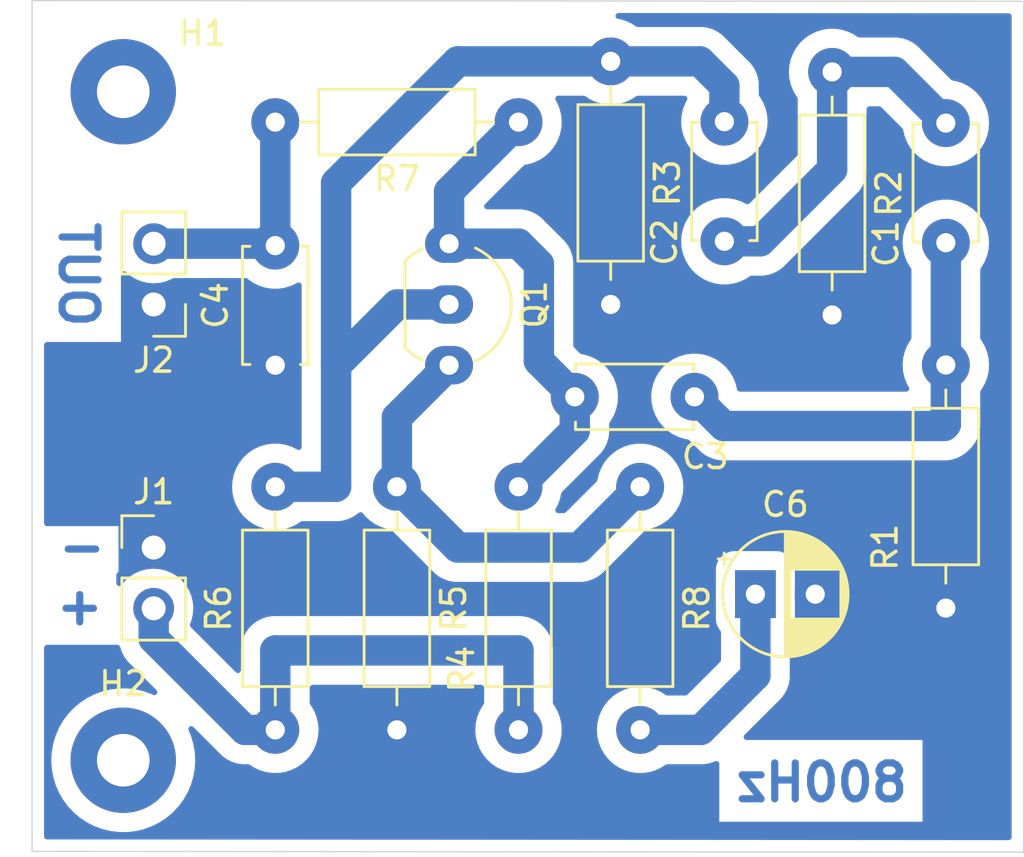
<source format=kicad_pcb>
(kicad_pcb (version 20240108) (generator "pcbnew") (generator_version "8.0")
  (layers (0 "F.Cu" signal) (31 "B.Cu" signal) (34 "B.Paste" user) (35 "F.Paste" user) (36 "B.SilkS" user "B.Silkscreen") (37 "F.SilkS" user "F.Silkscreen") (38 "B.Mask" user) (39 "F.Mask" user) (44 "Edge.Cuts" user))
  (net 0 "")
  (net 1 "Net-(C1-Pad2)")
  (net 2 "Net-(C1-Pad1)")
  (net 3 "Net-(Q1-B)")
  (net 4 "Net-(Q1-C)")
  (net 5 "Net-(J2-Pin_2)")
  (net 6 "GND")
  (net 7 "Net-(C6-Pad1)")
  (net 8 "+12V")
  (net 9 "Net-(Q1-E)")
  (footprint "MountingHole:MountingHole_2.2mm_M2_Pad" (layer "F.Cu") (at 135.89 123.19)
    (property "Reference" "H2" (at 0 -3.2 0) (layer "F.SilkS"))
    (property "Value" "MountingHole")
    (pad "1" thru_hole circle (at 0 0) (size 4.4 4.4) (drill 2.2) (layers "*.Cu" "*.Mask"))
  )
  (footprint "Capacitor_THT:CP_Radial_D5.0mm_P2.50mm" (layer "F.Cu") (at 162.294888 116.25)
    (property "Reference" "C6" (at 1.25 -3.75 0) (layer "F.SilkS"))
    (property "Value" "1u")
    (fp_line (start -1.554775 -1.475) (end -1.054775 -1.475) (stroke (width 0.12)) (layer "F.SilkS"))
    (fp_line (start -1.304775 -1.725) (end -1.304775 -1.225) (stroke (width 0.12)) (layer "F.SilkS"))
    (fp_line (start 1.25 -2.58) (end 1.25 2.58) (stroke (width 0.12)) (layer "F.SilkS"))
    (fp_line (start 1.29 -2.58) (end 1.29 2.58) (stroke (width 0.12)) (layer "F.SilkS"))
    (fp_line (start 1.33 -2.579) (end 1.33 2.579) (stroke (width 0.12)) (layer "F.SilkS"))
    (fp_line (start 1.37 -2.578) (end 1.37 2.578) (stroke (width 0.12)) (layer "F.SilkS"))
    (fp_line (start 1.41 -2.576) (end 1.41 2.576) (stroke (width 0.12)) (layer "F.SilkS"))
    (fp_line (start 1.45 -2.573) (end 1.45 2.573) (stroke (width 0.12)) (layer "F.SilkS"))
    (fp_line (start 1.49 -2.569) (end 1.49 -1.04) (stroke (width 0.12)) (layer "F.SilkS"))
    (fp_line (start 1.49 1.04) (end 1.49 2.569) (stroke (width 0.12)) (layer "F.SilkS"))
    (fp_line (start 1.53 -2.565) (end 1.53 -1.04) (stroke (width 0.12)) (layer "F.SilkS"))
    (fp_line (start 1.53 1.04) (end 1.53 2.565) (stroke (width 0.12)) (layer "F.SilkS"))
    (fp_line (start 1.57 -2.561) (end 1.57 -1.04) (stroke (width 0.12)) (layer "F.SilkS"))
    (fp_line (start 1.57 1.04) (end 1.57 2.561) (stroke (width 0.12)) (layer "F.SilkS"))
    (fp_line (start 1.61 -2.556) (end 1.61 -1.04) (stroke (width 0.12)) (layer "F.SilkS"))
    (fp_line (start 1.61 1.04) (end 1.61 2.556) (stroke (width 0.12)) (layer "F.SilkS"))
    (fp_line (start 1.65 -2.55) (end 1.65 -1.04) (stroke (width 0.12)) (layer "F.SilkS"))
    (fp_line (start 1.65 1.04) (end 1.65 2.55) (stroke (width 0.12)) (layer "F.SilkS"))
    (fp_line (start 1.69 -2.543) (end 1.69 -1.04) (stroke (width 0.12)) (layer "F.SilkS"))
    (fp_line (start 1.69 1.04) (end 1.69 2.543) (stroke (width 0.12)) (layer "F.SilkS"))
    (fp_line (start 1.73 -2.536) (end 1.73 -1.04) (stroke (width 0.12)) (layer "F.SilkS"))
    (fp_line (start 1.73 1.04) (end 1.73 2.536) (stroke (width 0.12)) (layer "F.SilkS"))
    (fp_line (start 1.77 -2.528) (end 1.77 -1.04) (stroke (width 0.12)) (layer "F.SilkS"))
    (fp_line (start 1.77 1.04) (end 1.77 2.528) (stroke (width 0.12)) (layer "F.SilkS"))
    (fp_line (start 1.81 -2.52) (end 1.81 -1.04) (stroke (width 0.12)) (layer "F.SilkS"))
    (fp_line (start 1.81 1.04) (end 1.81 2.52) (stroke (width 0.12)) (layer "F.SilkS"))
    (fp_line (start 1.85 -2.511) (end 1.85 -1.04) (stroke (width 0.12)) (layer "F.SilkS"))
    (fp_line (start 1.85 1.04) (end 1.85 2.511) (stroke (width 0.12)) (layer "F.SilkS"))
    (fp_line (start 1.89 -2.501) (end 1.89 -1.04) (stroke (width 0.12)) (layer "F.SilkS"))
    (fp_line (start 1.89 1.04) (end 1.89 2.501) (stroke (width 0.12)) (layer "F.SilkS"))
    (fp_line (start 1.93 -2.491) (end 1.93 -1.04) (stroke (width 0.12)) (layer "F.SilkS"))
    (fp_line (start 1.93 1.04) (end 1.93 2.491) (stroke (width 0.12)) (layer "F.SilkS"))
    (fp_line (start 1.971 -2.48) (end 1.971 -1.04) (stroke (width 0.12)) (layer "F.SilkS"))
    (fp_line (start 1.971 1.04) (end 1.971 2.48) (stroke (width 0.12)) (layer "F.SilkS"))
    (fp_line (start 2.011 -2.468) (end 2.011 -1.04) (stroke (width 0.12)) (layer "F.SilkS"))
    (fp_line (start 2.011 1.04) (end 2.011 2.468) (stroke (width 0.12)) (layer "F.SilkS"))
    (fp_line (start 2.051 -2.455) (end 2.051 -1.04) (stroke (width 0.12)) (layer "F.SilkS"))
    (fp_line (start 2.051 1.04) (end 2.051 2.455) (stroke (width 0.12)) (layer "F.SilkS"))
    (fp_line (start 2.091 -2.442) (end 2.091 -1.04) (stroke (width 0.12)) (layer "F.SilkS"))
    (fp_line (start 2.091 1.04) (end 2.091 2.442) (stroke (width 0.12)) (layer "F.SilkS"))
    (fp_line (start 2.131 -2.428) (end 2.131 -1.04) (stroke (width 0.12)) (layer "F.SilkS"))
    (fp_line (start 2.131 1.04) (end 2.131 2.428) (stroke (width 0.12)) (layer "F.SilkS"))
    (fp_line (start 2.171 -2.414) (end 2.171 -1.04) (stroke (width 0.12)) (layer "F.SilkS"))
    (fp_line (start 2.171 1.04) (end 2.171 2.414) (stroke (width 0.12)) (layer "F.SilkS"))
    (fp_line (start 2.211 -2.398) (end 2.211 -1.04) (stroke (width 0.12)) (layer "F.SilkS"))
    (fp_line (start 2.211 1.04) (end 2.211 2.398) (stroke (width 0.12)) (layer "F.SilkS"))
    (fp_line (start 2.251 -2.382) (end 2.251 -1.04) (stroke (width 0.12)) (layer "F.SilkS"))
    (fp_line (start 2.251 1.04) (end 2.251 2.382) (stroke (width 0.12)) (layer "F.SilkS"))
    (fp_line (start 2.291 -2.365) (end 2.291 -1.04) (stroke (width 0.12)) (layer "F.SilkS"))
    (fp_line (start 2.291 1.04) (end 2.291 2.365) (stroke (width 0.12)) (layer "F.SilkS"))
    (fp_line (start 2.331 -2.348) (end 2.331 -1.04) (stroke (width 0.12)) (layer "F.SilkS"))
    (fp_line (start 2.331 1.04) (end 2.331 2.348) (stroke (width 0.12)) (layer "F.SilkS"))
    (fp_line (start 2.371 -2.329) (end 2.371 -1.04) (stroke (width 0.12)) (layer "F.SilkS"))
    (fp_line (start 2.371 1.04) (end 2.371 2.329) (stroke (width 0.12)) (layer "F.SilkS"))
    (fp_line (start 2.411 -2.31) (end 2.411 -1.04) (stroke (width 0.12)) (layer "F.SilkS"))
    (fp_line (start 2.411 1.04) (end 2.411 2.31) (stroke (width 0.12)) (layer "F.SilkS"))
    (fp_line (start 2.451 -2.29) (end 2.451 -1.04) (stroke (width 0.12)) (layer "F.SilkS"))
    (fp_line (start 2.451 1.04) (end 2.451 2.29) (stroke (width 0.12)) (layer "F.SilkS"))
    (fp_line (start 2.491 -2.268) (end 2.491 -1.04) (stroke (width 0.12)) (layer "F.SilkS"))
    (fp_line (start 2.491 1.04) (end 2.491 2.268) (stroke (width 0.12)) (layer "F.SilkS"))
    (fp_line (start 2.531 -2.247) (end 2.531 -1.04) (stroke (width 0.12)) (layer "F.SilkS"))
    (fp_line (start 2.531 1.04) (end 2.531 2.247) (stroke (width 0.12)) (layer "F.SilkS"))
    (fp_line (start 2.571 -2.224) (end 2.571 -1.04) (stroke (width 0.12)) (layer "F.SilkS"))
    (fp_line (start 2.571 1.04) (end 2.571 2.224) (stroke (width 0.12)) (layer "F.SilkS"))
    (fp_line (start 2.611 -2.2) (end 2.611 -1.04) (stroke (width 0.12)) (layer "F.SilkS"))
    (fp_line (start 2.611 1.04) (end 2.611 2.2) (stroke (width 0.12)) (layer "F.SilkS"))
    (fp_line (start 2.651 -2.175) (end 2.651 -1.04) (stroke (width 0.12)) (layer "F.SilkS"))
    (fp_line (start 2.651 1.04) (end 2.651 2.175) (stroke (width 0.12)) (layer "F.SilkS"))
    (fp_line (start 2.691 -2.149) (end 2.691 -1.04) (stroke (width 0.12)) (layer "F.SilkS"))
    (fp_line (start 2.691 1.04) (end 2.691 2.149) (stroke (width 0.12)) (layer "F.SilkS"))
    (fp_line (start 2.731 -2.122) (end 2.731 -1.04) (stroke (width 0.12)) (layer "F.SilkS"))
    (fp_line (start 2.731 1.04) (end 2.731 2.122) (stroke (width 0.12)) (layer "F.SilkS"))
    (fp_line (start 2.771 -2.095) (end 2.771 -1.04) (stroke (width 0.12)) (layer "F.SilkS"))
    (fp_line (start 2.771 1.04) (end 2.771 2.095) (stroke (width 0.12)) (layer "F.SilkS"))
    (fp_line (start 2.811 -2.065) (end 2.811 -1.04) (stroke (width 0.12)) (layer "F.SilkS"))
    (fp_line (start 2.811 1.04) (end 2.811 2.065) (stroke (width 0.12)) (layer "F.SilkS"))
    (fp_line (start 2.851 -2.035) (end 2.851 -1.04) (stroke (width 0.12)) (layer "F.SilkS"))
    (fp_line (start 2.851 1.04) (end 2.851 2.035) (stroke (width 0.12)) (layer "F.SilkS"))
    (fp_line (start 2.891 -2.004) (end 2.891 -1.04) (stroke (width 0.12)) (layer "F.SilkS"))
    (fp_line (start 2.891 1.04) (end 2.891 2.004) (stroke (width 0.12)) (layer "F.SilkS"))
    (fp_line (start 2.931 -1.971) (end 2.931 -1.04) (stroke (width 0.12)) (layer "F.SilkS"))
    (fp_line (start 2.931 1.04) (end 2.931 1.971) (stroke (width 0.12)) (layer "F.SilkS"))
    (fp_line (start 2.971 -1.937) (end 2.971 -1.04) (stroke (width 0.12)) (layer "F.SilkS"))
    (fp_line (start 2.971 1.04) (end 2.971 1.937) (stroke (width 0.12)) (layer "F.SilkS"))
    (fp_line (start 3.011 -1.901) (end 3.011 -1.04) (stroke (width 0.12)) (layer "F.SilkS"))
    (fp_line (start 3.011 1.04) (end 3.011 1.901) (stroke (width 0.12)) (layer "F.SilkS"))
    (fp_line (start 3.051 -1.864) (end 3.051 -1.04) (stroke (width 0.12)) (layer "F.SilkS"))
    (fp_line (start 3.051 1.04) (end 3.051 1.864) (stroke (width 0.12)) (layer "F.SilkS"))
    (fp_line (start 3.091 -1.826) (end 3.091 -1.04) (stroke (width 0.12)) (layer "F.SilkS"))
    (fp_line (start 3.091 1.04) (end 3.091 1.826) (stroke (width 0.12)) (layer "F.SilkS"))
    (fp_line (start 3.131 -1.785) (end 3.131 -1.04) (stroke (width 0.12)) (layer "F.SilkS"))
    (fp_line (start 3.131 1.04) (end 3.131 1.785) (stroke (width 0.12)) (layer "F.SilkS"))
    (fp_line (start 3.171 -1.743) (end 3.171 -1.04) (stroke (width 0.12)) (layer "F.SilkS"))
    (fp_line (start 3.171 1.04) (end 3.171 1.743) (stroke (width 0.12)) (layer "F.SilkS"))
    (fp_line (start 3.211 -1.699) (end 3.211 -1.04) (stroke (width 0.12)) (layer "F.SilkS"))
    (fp_line (start 3.211 1.04) (end 3.211 1.699) (stroke (width 0.12)) (layer "F.SilkS"))
    (fp_line (start 3.251 -1.653) (end 3.251 -1.04) (stroke (width 0.12)) (layer "F.SilkS"))
    (fp_line (start 3.251 1.04) (end 3.251 1.653) (stroke (width 0.12)) (layer "F.SilkS"))
    (fp_line (start 3.291 -1.605) (end 3.291 -1.04) (stroke (width 0.12)) (layer "F.SilkS"))
    (fp_line (start 3.291 1.04) (end 3.291 1.605) (stroke (width 0.12)) (layer "F.SilkS"))
    (fp_line (start 3.331 -1.554) (end 3.331 -1.04) (stroke (width 0.12)) (layer "F.SilkS"))
    (fp_line (start 3.331 1.04) (end 3.331 1.554) (stroke (width 0.12)) (layer "F.SilkS"))
    (fp_line (start 3.371 -1.5) (end 3.371 -1.04) (stroke (width 0.12)) (layer "F.SilkS"))
    (fp_line (start 3.371 1.04) (end 3.371 1.5) (stroke (width 0.12)) (layer "F.SilkS"))
    (fp_line (start 3.411 -1.443) (end 3.411 -1.04) (stroke (width 0.12)) (layer "F.SilkS"))
    (fp_line (start 3.411 1.04) (end 3.411 1.443) (stroke (width 0.12)) (layer "F.SilkS"))
    (fp_line (start 3.451 -1.383) (end 3.451 -1.04) (stroke (width 0.12)) (layer "F.SilkS"))
    (fp_line (start 3.451 1.04) (end 3.451 1.383) (stroke (width 0.12)) (layer "F.SilkS"))
    (fp_line (start 3.491 -1.319) (end 3.491 -1.04) (stroke (width 0.12)) (layer "F.SilkS"))
    (fp_line (start 3.491 1.04) (end 3.491 1.319) (stroke (width 0.12)) (layer "F.SilkS"))
    (fp_line (start 3.531 -1.251) (end 3.531 -1.04) (stroke (width 0.12)) (layer "F.SilkS"))
    (fp_line (start 3.531 1.04) (end 3.531 1.251) (stroke (width 0.12)) (layer "F.SilkS"))
    (fp_line (start 3.571 -1.178) (end 3.571 1.178) (stroke (width 0.12)) (layer "F.SilkS"))
    (fp_line (start 3.611 -1.098) (end 3.611 1.098) (stroke (width 0.12)) (layer "F.SilkS"))
    (fp_line (start 3.651 -1.011) (end 3.651 1.011) (stroke (width 0.12)) (layer "F.SilkS"))
    (fp_line (start 3.691 -0.915) (end 3.691 0.915) (stroke (width 0.12)) (layer "F.SilkS"))
    (fp_line (start 3.731 -0.805) (end 3.731 0.805) (stroke (width 0.12)) (layer "F.SilkS"))
    (fp_line (start 3.771 -0.677) (end 3.771 0.677) (stroke (width 0.12)) (layer "F.SilkS"))
    (fp_line (start 3.811 -0.518) (end 3.811 0.518) (stroke (width 0.12)) (layer "F.SilkS"))
    (fp_line (start 3.851 -0.284) (end 3.851 0.284) (stroke (width 0.12)) (layer "F.SilkS"))
    (fp_circle (center 1.25 0) (end 3.87 0) (stroke (width 0.12)) (fill none) (layer "F.SilkS"))
    (pad "1" thru_hole rect (at 0 0) (size 1.7 2) (drill 0.8) (layers "*.Cu" "*.Mask") (net 7 "Net-(C6-Pad1)"))
    (pad "2" thru_hole oval (at 2.5 0) (size 1.7 2) (drill 0.8) (layers "*.Cu" "*.Mask") (net 6 "GND"))
  )
  (footprint "Resistor_THT:R_Axial_DIN0207_L6.3mm_D2.5mm_P10.16mm_Horizontal" (layer "F.Cu") (at 152.4 121.92 90)
    (property "Reference" "R4" (at 2.54 -2.37 -90) (layer "F.SilkS"))
    (property "Value" "4.7k")
    (fp_line (start 8.35 -1.37) (end 1.81 -1.37) (stroke (width 0.12)) (layer "F.SilkS"))
    (fp_line (start 1.81 -1.37) (end 1.81 1.37) (stroke (width 0.12)) (layer "F.SilkS"))
    (fp_line (start 9.12 0) (end 8.35 0) (stroke (width 0.12)) (layer "F.SilkS"))
    (fp_line (start 1.04 0) (end 1.81 0) (stroke (width 0.12)) (layer "F.SilkS"))
    (fp_line (start 8.35 1.37) (end 8.35 -1.37) (stroke (width 0.12)) (layer "F.SilkS"))
    (fp_line (start 1.81 1.37) (end 8.35 1.37) (stroke (width 0.12)) (layer "F.SilkS"))
    (pad "1" thru_hole circle (at 0 0 90) (size 2 2) (drill 0.8) (layers "*.Cu" "*.Mask") (net 8 "+12V"))
    (pad "2" thru_hole oval (at 10.16 0 90) (size 2 2) (drill 0.8) (layers "*.Cu" "*.Mask") (net 4 "Net-(Q1-C)"))
  )
  (footprint "Connector_PinHeader_2.54mm:PinHeader_1x02_P2.54mm_Vertical" (layer "F.Cu") (at 137.16 114.3)
    (property "Reference" "J1" (at 0 -2.33 0) (layer "F.SilkS"))
    (property "Value" "ALIM")
    (fp_line (start -1.33 -1.33) (end 0 -1.33) (stroke (width 0.12)) (layer "F.SilkS"))
    (fp_line (start -1.33 0) (end -1.33 -1.33) (stroke (width 0.12)) (layer "F.SilkS"))
    (fp_line (start -1.33 1.27) (end -1.33 3.87) (stroke (width 0.12)) (layer "F.SilkS"))
    (fp_line (start -1.33 1.27) (end 1.33 1.27) (stroke (width 0.12)) (layer "F.SilkS"))
    (fp_line (start -1.33 3.87) (end 1.33 3.87) (stroke (width 0.12)) (layer "F.SilkS"))
    (fp_line (start 1.33 1.27) (end 1.33 3.87) (stroke (width 0.12)) (layer "F.SilkS"))
    (pad "1" thru_hole rect (at 0 0) (size 1.7 1.7) (drill 1) (layers "*.Cu" "*.Mask") (net 6 "GND"))
    (pad "2" thru_hole oval (at 0 2.54) (size 1.7 1.7) (drill 1) (layers "*.Cu" "*.Mask") (net 8 "+12V"))
  )
  (footprint "Package_TO_SOT_THT:TO-92_Inline_Wide" (layer "F.Cu") (at 149.5 101.6 -90)
    (property "Reference" "Q1" (at 2.54 -3.56 90) (layer "F.SilkS"))
    (property "Value" "BC548")
    (fp_line (start 0.74 1.85) (end 4.34 1.85) (stroke (width 0.12)) (layer "F.SilkS"))
    (fp_arc (start 0.74 1.85) (mid 0.446097 1.509328) (end 0.215816 1.122795) (stroke (width 0.12)) (layer "F.SilkS"))
    (fp_arc (start 4.864184 1.122795) (mid 4.633903 1.509328) (end 4.34 1.85) (stroke (width 0.12)) (layer "F.SilkS"))
    (fp_arc (start 0.1836 -1.098807) (mid 1.143021 -2.192817) (end 2.54 -2.6) (stroke (width 0.12)) (layer "F.SilkS"))
    (fp_arc (start 2.54 -2.6) (mid 3.936979 -2.192818) (end 4.8964 -1.098807) (stroke (width 0.12)) (layer "F.SilkS"))
    (pad "1" thru_hole oval (at 0 0 270) (size 1.6 2) (drill 0.8) (layers "*.Cu" "*.Mask") (net 4 "Net-(Q1-C)"))
    (pad "2" thru_hole oval (at 2.54 0 270) (size 1.6 2) (drill 0.8) (layers "*.Cu" "*.Mask") (net 3 "Net-(Q1-B)"))
    (pad "3" thru_hole oval (at 5.08 0 270) (size 1.6 2) (drill 0.8) (layers "*.Cu" "*.Mask") (net 9 "Net-(Q1-E)"))
  )
  (footprint "Capacitor_THT:C_Disc_D4.7mm_W2.5mm_P5.00mm" (layer "F.Cu") (at 170.25 101.56 90)
    (property "Reference" "C1" (at -0.04 -2.5 -90) (layer "F.SilkS"))
    (property "Value" "4.7n")
    (fp_line (start 4.97 -1.37) (end 4.97 -1.055) (stroke (width 0.12)) (layer "F.SilkS"))
    (fp_line (start 0.03 -1.37) (end 4.97 -1.37) (stroke (width 0.12)) (layer "F.SilkS"))
    (fp_line (start 0.03 -1.37) (end 0.03 -1.055) (stroke (width 0.12)) (layer "F.SilkS"))
    (fp_line (start 4.97 1.055) (end 4.97 1.37) (stroke (width 0.12)) (layer "F.SilkS"))
    (fp_line (start 0.03 1.055) (end 0.03 1.37) (stroke (width 0.12)) (layer "F.SilkS"))
    (fp_line (start 0.03 1.37) (end 4.97 1.37) (stroke (width 0.12)) (layer "F.SilkS"))
    (pad "1" thru_hole circle (at 0 0 90) (size 2 2) (drill 0.8) (layers "*.Cu" "*.Mask") (net 2 "Net-(C1-Pad1)"))
    (pad "2" thru_hole circle (at 5 0 90) (size 2 2) (drill 0.8) (layers "*.Cu" "*.Mask") (net 1 "Net-(C1-Pad2)"))
  )
  (footprint "Connector_PinHeader_2.54mm:PinHeader_1x02_P2.54mm_Vertical" (layer "F.Cu") (at 137.16 104.14 180)
    (property "Reference" "J2" (at 0 -2.33 180) (layer "F.SilkS"))
    (property "Value" "OUT")
    (fp_line (start 1.33 1.27) (end 1.33 3.87) (stroke (width 0.12)) (layer "F.SilkS"))
    (fp_line (start -1.33 3.87) (end 1.33 3.87) (stroke (width 0.12)) (layer "F.SilkS"))
    (fp_line (start -1.33 1.27) (end 1.33 1.27) (stroke (width 0.12)) (layer "F.SilkS"))
    (fp_line (start -1.33 1.27) (end -1.33 3.87) (stroke (width 0.12)) (layer "F.SilkS"))
    (fp_line (start -1.33 0) (end -1.33 -1.33) (stroke (width 0.12)) (layer "F.SilkS"))
    (fp_line (start -1.33 -1.33) (end 0 -1.33) (stroke (width 0.12)) (layer "F.SilkS"))
    (pad "1" thru_hole rect (at 0 0 180) (size 1.7 1.7) (drill 1) (layers "*.Cu" "*.Mask") (net 6 "GND"))
    (pad "2" thru_hole oval (at 0 2.54 180) (size 1.7 1.7) (drill 1) (layers "*.Cu" "*.Mask") (net 5 "Net-(J2-Pin_2)"))
  )
  (footprint "Capacitor_THT:C_Disc_D4.7mm_W2.5mm_P5.00mm" (layer "F.Cu") (at 142.24 106.68 90)
    (property "Reference" "C4" (at 2.5 -2.5 -90) (layer "F.SilkS"))
    (property "Value" "22n")
    (fp_line (start 4.97 -1.37) (end 4.97 -1.055) (stroke (width 0.12)) (layer "F.SilkS"))
    (fp_line (start 0.03 -1.37) (end 4.97 -1.37) (stroke (width 0.12)) (layer "F.SilkS"))
    (fp_line (start 0.03 -1.37) (end 0.03 -1.055) (stroke (width 0.12)) (layer "F.SilkS"))
    (fp_line (start 4.97 1.055) (end 4.97 1.37) (stroke (width 0.12)) (layer "F.SilkS"))
    (fp_line (start 0.03 1.055) (end 0.03 1.37) (stroke (width 0.12)) (layer "F.SilkS"))
    (fp_line (start 0.03 1.37) (end 4.97 1.37) (stroke (width 0.12)) (layer "F.SilkS"))
    (pad "1" thru_hole circle (at 0 0 90) (size 2 2) (drill 0.8) (layers "*.Cu" "*.Mask") (net 6 "GND"))
    (pad "2" thru_hole circle (at 5 0 90) (size 2 2) (drill 0.8) (layers "*.Cu" "*.Mask") (net 5 "Net-(J2-Pin_2)"))
  )
  (footprint "Resistor_THT:R_Axial_DIN0207_L6.3mm_D2.5mm_P10.16mm_Horizontal" (layer "F.Cu") (at 142.24 121.92 90)
    (property "Reference" "R6" (at 5.08 -2.37 -90) (layer "F.SilkS"))
    (property "Value" "220k")
    (fp_line (start 8.35 -1.37) (end 1.81 -1.37) (stroke (width 0.12)) (layer "F.SilkS"))
    (fp_line (start 1.81 -1.37) (end 1.81 1.37) (stroke (width 0.12)) (layer "F.SilkS"))
    (fp_line (start 9.12 0) (end 8.35 0) (stroke (width 0.12)) (layer "F.SilkS"))
    (fp_line (start 1.04 0) (end 1.81 0) (stroke (width 0.12)) (layer "F.SilkS"))
    (fp_line (start 8.35 1.37) (end 8.35 -1.37) (stroke (width 0.12)) (layer "F.SilkS"))
    (fp_line (start 1.81 1.37) (end 8.35 1.37) (stroke (width 0.12)) (layer "F.SilkS"))
    (pad "1" thru_hole circle (at 0 0 90) (size 2 2) (drill 0.8) (layers "*.Cu" "*.Mask") (net 8 "+12V"))
    (pad "2" thru_hole oval (at 10.16 0 90) (size 2 2) (drill 0.8) (layers "*.Cu" "*.Mask") (net 3 "Net-(Q1-B)"))
  )
  (footprint "Resistor_THT:R_Axial_DIN0207_L6.3mm_D2.5mm_P10.16mm_Horizontal" (layer "F.Cu") (at 157.48 111.76 -90)
    (property "Reference" "R8" (at 5.08 -2.37 90) (layer "F.SilkS"))
    (property "Value" "100")
    (fp_line (start 1.81 1.37) (end 8.35 1.37) (stroke (width 0.12)) (layer "F.SilkS"))
    (fp_line (start 8.35 1.37) (end 8.35 -1.37) (stroke (width 0.12)) (layer "F.SilkS"))
    (fp_line (start 1.04 0) (end 1.81 0) (stroke (width 0.12)) (layer "F.SilkS"))
    (fp_line (start 9.12 0) (end 8.35 0) (stroke (width 0.12)) (layer "F.SilkS"))
    (fp_line (start 1.81 -1.37) (end 1.81 1.37) (stroke (width 0.12)) (layer "F.SilkS"))
    (fp_line (start 8.35 -1.37) (end 1.81 -1.37) (stroke (width 0.12)) (layer "F.SilkS"))
    (pad "1" thru_hole circle (at 0 0 270) (size 2 2) (drill 0.8) (layers "*.Cu" "*.Mask") (net 9 "Net-(Q1-E)"))
    (pad "2" thru_hole oval (at 10.16 0 270) (size 2 2) (drill 0.8) (layers "*.Cu" "*.Mask") (net 7 "Net-(C6-Pad1)"))
  )
  (footprint "Resistor_THT:R_Axial_DIN0207_L6.3mm_D2.5mm_P10.16mm_Horizontal" (layer "F.Cu") (at 152.4 96.52 180)
    (property "Reference" "R7" (at 5.08 -2.37 180) (layer "F.SilkS"))
    (property "Value" "15k")
    (fp_line (start 9.12 0) (end 8.35 0) (stroke (width 0.12)) (layer "F.SilkS"))
    (fp_line (start 8.35 1.37) (end 8.35 -1.37) (stroke (width 0.12)) (layer "F.SilkS"))
    (fp_line (start 8.35 -1.37) (end 1.81 -1.37) (stroke (width 0.12)) (layer "F.SilkS"))
    (fp_line (start 1.81 1.37) (end 8.35 1.37) (stroke (width 0.12)) (layer "F.SilkS"))
    (fp_line (start 1.81 -1.37) (end 1.81 1.37) (stroke (width 0.12)) (layer "F.SilkS"))
    (fp_line (start 1.04 0) (end 1.81 0) (stroke (width 0.12)) (layer "F.SilkS"))
    (pad "1" thru_hole circle (at 0 0 180) (size 2 2) (drill 0.8) (layers "*.Cu" "*.Mask") (net 4 "Net-(Q1-C)"))
    (pad "2" thru_hole oval (at 10.16 0 180) (size 2 2) (drill 0.8) (layers "*.Cu" "*.Mask") (net 5 "Net-(J2-Pin_2)"))
  )
  (footprint "Resistor_THT:R_Axial_DIN0207_L6.3mm_D2.5mm_P10.16mm_Horizontal" (layer "F.Cu") (at 170.25 106.67 -90)
    (property "Reference" "R1" (at 7.62 2.54 90) (layer "F.SilkS"))
    (property "Value" "27k")
    (fp_line (start 1.81 1.37) (end 8.35 1.37) (stroke (width 0.12)) (layer "F.SilkS"))
    (fp_line (start 8.35 1.37) (end 8.35 -1.37) (stroke (width 0.12)) (layer "F.SilkS"))
    (fp_line (start 1.04 0) (end 1.81 0) (stroke (width 0.12)) (layer "F.SilkS"))
    (fp_line (start 9.12 0) (end 8.35 0) (stroke (width 0.12)) (layer "F.SilkS"))
    (fp_line (start 1.81 -1.37) (end 1.81 1.37) (stroke (width 0.12)) (layer "F.SilkS"))
    (fp_line (start 8.35 -1.37) (end 1.81 -1.37) (stroke (width 0.12)) (layer "F.SilkS"))
    (pad "1" thru_hole circle (at 0 0 270) (size 2 2) (drill 0.8) (layers "*.Cu" "*.Mask") (net 2 "Net-(C1-Pad1)"))
    (pad "2" thru_hole oval (at 10.16 0 270) (size 2 2) (drill 0.8) (layers "*.Cu" "*.Mask") (net 6 "GND"))
  )
  (footprint "Resistor_THT:R_Axial_DIN0207_L6.3mm_D2.5mm_P10.16mm_Horizontal" (layer "F.Cu") (at 156.25 93.98 -90)
    (property "Reference" "R3" (at 5.08 -2.37 90) (layer "F.SilkS"))
    (property "Value" "27k")
    (fp_line (start 1.81 1.37) (end 8.35 1.37) (stroke (width 0.12)) (layer "F.SilkS"))
    (fp_line (start 8.35 1.37) (end 8.35 -1.37) (stroke (width 0.12)) (layer "F.SilkS"))
    (fp_line (start 1.04 0) (end 1.81 0) (stroke (width 0.12)) (layer "F.SilkS"))
    (fp_line (start 9.12 0) (end 8.35 0) (stroke (width 0.12)) (layer "F.SilkS"))
    (fp_line (start 1.81 -1.37) (end 1.81 1.37) (stroke (width 0.12)) (layer "F.SilkS"))
    (fp_line (start 8.35 -1.37) (end 1.81 -1.37) (stroke (width 0.12)) (layer "F.SilkS"))
    (pad "1" thru_hole circle (at 0 0 270) (size 2 2) (drill 0.8) (layers "*.Cu" "*.Mask") (net 3 "Net-(Q1-B)"))
    (pad "2" thru_hole oval (at 10.16 0 270) (size 2 2) (drill 0.8) (layers "*.Cu" "*.Mask") (net 6 "GND"))
  )
  (footprint "MountingHole:MountingHole_2.2mm_M2_Pad" (layer "F.Cu") (at 135.89 95.25)
    (property "Reference" "H1" (at 3.31 -2.45 0) (layer "F.SilkS"))
    (property "Value" "MountingHole")
    (pad "1" thru_hole circle (at 0 0) (size 4.4 4.4) (drill 2.2) (layers "*.Cu" "*.Mask"))
  )
  (footprint "Resistor_THT:R_Axial_DIN0207_L6.3mm_D2.5mm_P10.16mm_Horizontal" (layer "F.Cu") (at 165.5 94.42 -90)
    (property "Reference" "R2" (at 5.08 -2.37 90) (layer "F.SilkS"))
    (property "Value" "27k")
    (fp_line (start 1.81 1.37) (end 8.35 1.37) (stroke (width 0.12)) (layer "F.SilkS"))
    (fp_line (start 8.35 1.37) (end 8.35 -1.37) (stroke (width 0.12)) (layer "F.SilkS"))
    (fp_line (start 1.04 0) (end 1.81 0) (stroke (width 0.12)) (layer "F.SilkS"))
    (fp_line (start 9.12 0) (end 8.35 0) (stroke (width 0.12)) (layer "F.SilkS"))
    (fp_line (start 1.81 -1.37) (end 1.81 1.37) (stroke (width 0.12)) (layer "F.SilkS"))
    (fp_line (start 8.35 -1.37) (end 1.81 -1.37) (stroke (width 0.12)) (layer "F.SilkS"))
    (pad "1" thru_hole circle (at 0 0 270) (size 2 2) (drill 0.8) (layers "*.Cu" "*.Mask") (net 1 "Net-(C1-Pad2)"))
    (pad "2" thru_hole oval (at 10.16 0 270) (size 2 2) (drill 0.8) (layers "*.Cu" "*.Mask") (net 6 "GND"))
  )
  (footprint "Capacitor_THT:C_Disc_D4.7mm_W2.5mm_P5.00mm" (layer "F.Cu") (at 159.75 108 180)
    (property "Reference" "C3" (at -0.45 -2.5 180) (layer "F.SilkS"))
    (property "Value" "4.7n")
    (fp_line (start 4.97 1.055) (end 4.97 1.37) (stroke (width 0.12)) (layer "F.SilkS"))
    (fp_line (start 4.97 -1.37) (end 4.97 -1.055) (stroke (width 0.12)) (layer "F.SilkS"))
    (fp_line (start 0.03 1.37) (end 4.97 1.37) (stroke (width 0.12)) (layer "F.SilkS"))
    (fp_line (start 0.03 1.055) (end 0.03 1.37) (stroke (width 0.12)) (layer "F.SilkS"))
    (fp_line (start 0.03 -1.37) (end 4.97 -1.37) (stroke (width 0.12)) (layer "F.SilkS"))
    (fp_line (start 0.03 -1.37) (end 0.03 -1.055) (stroke (width 0.12)) (layer "F.SilkS"))
    (pad "1" thru_hole circle (at 0 0 180) (size 2 2) (drill 0.8) (layers "*.Cu" "*.Mask") (net 2 "Net-(C1-Pad1)"))
    (pad "2" thru_hole circle (at 5 0 180) (size 2 2) (drill 0.8) (layers "*.Cu" "*.Mask") (net 4 "Net-(Q1-C)"))
  )
  (footprint "Capacitor_THT:C_Disc_D4.7mm_W2.5mm_P5.00mm" (layer "F.Cu") (at 161 101.5 90)
    (property "Reference" "C2" (at -0.04 -2.5 -90) (layer "F.SilkS"))
    (property "Value" "4.7n")
    (fp_line (start 4.97 -1.37) (end 4.97 -1.055) (stroke (width 0.12)) (layer "F.SilkS"))
    (fp_line (start 0.03 -1.37) (end 4.97 -1.37) (stroke (width 0.12)) (layer "F.SilkS"))
    (fp_line (start 0.03 -1.37) (end 0.03 -1.055) (stroke (width 0.12)) (layer "F.SilkS"))
    (fp_line (start 4.97 1.055) (end 4.97 1.37) (stroke (width 0.12)) (layer "F.SilkS"))
    (fp_line (start 0.03 1.055) (end 0.03 1.37) (stroke (width 0.12)) (layer "F.SilkS"))
    (fp_line (start 0.03 1.37) (end 4.97 1.37) (stroke (width 0.12)) (layer "F.SilkS"))
    (pad "1" thru_hole circle (at 0 0 90) (size 2 2) (drill 0.8) (layers "*.Cu" "*.Mask") (net 1 "Net-(C1-Pad2)"))
    (pad "2" thru_hole circle (at 5 0 90) (size 2 2) (drill 0.8) (layers "*.Cu" "*.Mask") (net 3 "Net-(Q1-B)"))
  )
  (footprint "Resistor_THT:R_Axial_DIN0207_L6.3mm_D2.5mm_P10.16mm_Horizontal" (layer "F.Cu") (at 147.32 111.76 -90)
    (property "Reference" "R5" (at 5.08 -2.37 90) (layer "F.SilkS"))
    (property "Value" "470")
    (fp_line (start 1.81 1.37) (end 8.35 1.37) (stroke (width 0.12)) (layer "F.SilkS"))
    (fp_line (start 8.35 1.37) (end 8.35 -1.37) (stroke (width 0.12)) (layer "F.SilkS"))
    (fp_line (start 1.04 0) (end 1.81 0) (stroke (width 0.12)) (layer "F.SilkS"))
    (fp_line (start 9.12 0) (end 8.35 0) (stroke (width 0.12)) (layer "F.SilkS"))
    (fp_line (start 1.81 -1.37) (end 1.81 1.37) (stroke (width 0.12)) (layer "F.SilkS"))
    (fp_line (start 8.35 -1.37) (end 1.81 -1.37) (stroke (width 0.12)) (layer "F.SilkS"))
    (pad "1" thru_hole circle (at 0 0 270) (size 2 2) (drill 0.8) (layers "*.Cu" "*.Mask") (net 9 "Net-(Q1-E)"))
    (pad "2" thru_hole oval (at 10.16 0 270) (size 2 2) (drill 0.8) (layers "*.Cu" "*.Mask") (net 6 "GND"))
  )
  (gr_line (start 132.08 91.44) (end 132.08 127) (stroke (width 0.05)) (layer "Edge.Cuts"))
  (gr_line (start 173.5 91.47) (end 132.08 91.44) (stroke (width 0.05)) (layer "Edge.Cuts"))
  (gr_line (start 132.08 127) (end 173.5 127.03) (stroke (width 0.05)) (layer "Edge.Cuts"))
  (gr_line (start 173.5 127.03) (end 173.5 91.47) (stroke (width 0.05)) (layer "Edge.Cuts"))
  (gr_text "800Hz" (at 168.8 125 0) (layer "B.Cu") (effects (font (size 1.5 1.5) (thickness 0.3) (bold yes)) (justify left bottom mirror)))
  (gr_text "+" (at 135.198634 117.607741 0) (layer "B.Cu") (effects (font (size 1.5 1.5) (thickness 0.3) (bold yes)) (justify left bottom mirror)))
  (gr_text "OUT" (at 133.136075 105.232385 -90) (layer "B.Cu") (effects (font (size 1.5 1.5) (thickness 0.3) (bold yes)) (justify left bottom mirror)))
  (gr_text "-" (at 135.290303 115.13267 0) (layer "B.Cu") (effects (font (size 1.5 1.5) (thickness 0.3) (bold yes)) (justify left bottom mirror)))
  (segment (start 165.5 94.42) (end 168.11 94.42) (width 1.27) (layer "B.Cu") (net 1))
  (segment (start 165.5 98.5) (end 165.5 94.42) (width 1.27) (layer "B.Cu") (net 1))
  (segment (start 161 101.5) (end 162.5 101.5) (width 1.27) (layer "B.Cu") (net 1))
  (segment (start 162.5 101.5) (end 165.5 98.5) (width 1.27) (layer "B.Cu") (net 1))
  (segment (start 168.11 94.42) (end 170.25 96.56) (width 1.27) (layer "B.Cu") (net 1))
  (segment (start 170.25 109.15) (end 170.18 109.22) (width 1.27) (layer "B.Cu") (net 2))
  (segment (start 170.18 109.22) (end 160.97 109.22) (width 1.27) (layer "B.Cu") (net 2))
  (segment (start 160.97 109.22) (end 159.75 108) (width 1.27) (layer "B.Cu") (net 2))
  (segment (start 170.25 101.56) (end 170.25 109.15) (width 1.27) (layer "B.Cu") (net 2))
  (segment (start 144.78 99.06) (end 149.86 93.98) (width 1.27) (layer "B.Cu") (net 3))
  (segment (start 144.78 106.68) (end 147.32 104.14) (width 1.27) (layer "B.Cu") (net 3))
  (segment (start 144.78 111.76) (end 144.78 106.68) (width 1.27) (layer "B.Cu") (net 3))
  (segment (start 142.24 111.76) (end 144.78 111.76) (width 1.27) (layer "B.Cu") (net 3))
  (segment (start 144.78 106.68) (end 144.78 99.06) (width 1.27) (layer "B.Cu") (net 3))
  (segment (start 159.98 93.98) (end 161 95) (width 1.27) (layer "B.Cu") (net 3))
  (segment (start 161 95) (end 161 96.5) (width 1.27) (layer "B.Cu") (net 3))
  (segment (start 149.86 93.98) (end 159.98 93.98) (width 1.27) (layer "B.Cu") (net 3))
  (segment (start 147.32 104.14) (end 149.5 104.14) (width 1.27) (layer "B.Cu") (net 3))
  (segment (start 154.75 109.41) (end 154.75 108) (width 1.27) (layer "B.Cu") (net 4))
  (segment (start 152.4 111.76) (end 154.75 109.41) (width 1.27) (layer "B.Cu") (net 4))
  (segment (start 149.5 101.6) (end 149.5 99.42) (width 1.27) (layer "B.Cu") (net 4))
  (segment (start 149.5 101.6) (end 152.4 101.6) (width 1.27) (layer "B.Cu") (net 4))
  (segment (start 153.25 102.45) (end 153.25 106.5) (width 1.27) (layer "B.Cu") (net 4))
  (segment (start 153.25 106.5) (end 154.75 108) (width 1.27) (layer "B.Cu") (net 4))
  (segment (start 149.5 99.42) (end 152.4 96.52) (width 1.27) (layer "B.Cu") (net 4))
  (segment (start 152.4 101.6) (end 153.25 102.45) (width 1.27) (layer "B.Cu") (net 4))
  (segment (start 154.94 108.19) (end 154.75 108) (width 1.27) (layer "B.Cu") (net 4))
  (segment (start 142.24 101.68) (end 142.24 96.52) (width 1.27) (layer "B.Cu") (net 5))
  (segment (start 137.16 101.6) (end 142.16 101.6) (width 1.27) (layer "B.Cu") (net 5))
  (segment (start 142.16 101.6) (end 142.24 101.68) (width 1.27) (layer "B.Cu") (net 5))
  (segment (start 157.48 121.92) (end 160.02 121.92) (width 1.27) (layer "B.Cu") (net 7))
  (segment (start 160.02 121.92) (end 162.294888 119.645112) (width 1.27) (layer "B.Cu") (net 7))
  (segment (start 162.294888 119.645112) (end 162.294888 116.25) (width 1.27) (layer "B.Cu") (net 7))
  (segment (start 142.24 118.6) (end 152.4 118.6) (width 1.27) (layer "B.Cu") (net 8))
  (segment (start 142.24 121.92) (end 142.24 118.6) (width 1.27) (layer "B.Cu") (net 8))
  (segment (start 140.97 121.92) (end 142.24 121.92) (width 1.27) (layer "B.Cu") (net 8))
  (segment (start 152.4 118.6) (end 152.4 121.92) (width 1.27) (layer "B.Cu") (net 8))
  (segment (start 137.16 116.84) (end 137.16 118.11) (width 1.27) (layer "B.Cu") (net 8))
  (segment (start 137.16 118.11) (end 140.97 121.92) (width 1.27) (layer "B.Cu") (net 8))
  (segment (start 147.32 111.76) (end 149.86 114.3) (width 1.27) (layer "B.Cu") (net 9))
  (segment (start 147.32 111.76) (end 147.32 108.86) (width 1.27) (layer "B.Cu") (net 9))
  (segment (start 149.86 114.3) (end 154.94 114.3) (width 1.27) (layer "B.Cu") (net 9))
  (segment (start 147.32 108.86) (end 149.5 106.68) (width 1.27) (layer "B.Cu") (net 9))
  (segment (start 154.94 114.3) (end 157.48 111.76) (width 1.27) (layer "B.Cu") (net 9))
  (zone (net 6) (net_name "GND") (layer "B.Cu") (connect_pads yes (clearance 0.5)) (min_thickness 0.25) (fill yes (thermal_gap 0.5) (thermal_bridge_width 0.5))
    (polygon (pts (xy 132.08 91.44) (xy 173.51 91.44) (xy 173.51 127) (xy 132.08 127)))
  )
)
</source>
